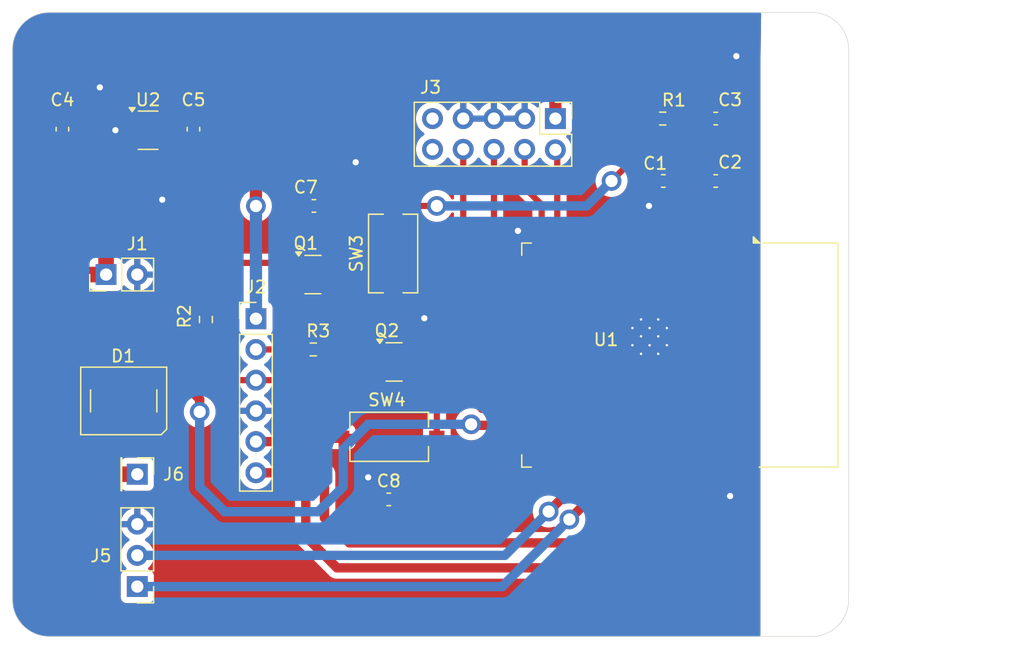
<source format=kicad_pcb>
(kicad_pcb (version 20241229) (generator "pcbnew") (generator_version "9.0")
  (layers (0 "F.Cu" signal) (4 "In1.Cu" signal) (6 "In2.Cu" signal) (2 "B.Cu" signal) (13 "F.Paste" user) (15 "B.Paste" user) (5 "F.SilkS" user "F.Silkscreen") (7 "B.SilkS" user "B.Silkscreen") (1 "F.Mask" user) (3 "B.Mask" user) (25 "Edge.Cuts" user))
  (net 0 "")
  (net 1 "/ESP32/EN")
  (net 2 "GND")
  (net 3 "VDD33")
  (net 4 "VCC")
  (net 5 "/ESP32/IO0")
  (net 7 "/ESP32/LED")
  (net 8 "/ESP32/DTR")
  (net 9 "/ESP32/PROGRAM_TXD")
  (net 10 "/ESP32/RTS")
  (net 11 "/ESP32/PROGRAM_RXD")
  (net 12 "/ESP32/MTDO")
  (net 13 "/ESP32/MTMS")
  (net 15 "/ESP32/MTCK")
  (net 16 "/ESP32/MTDI")
  (net 18 "/ESP32/TXD")
  (net 19 "/ESP32/RXD")
  (net 20 "Net-(Q1-B)")
  (net 21 "Net-(Q2-B)")
  (footprint "Resistor_SMD:R_0603_1608Metric_Pad0.98x0.95mm_HandSolder" (layer "F.Cu") (at 159.6155 94.996)
    (property "Reference" "R1" (at 0.9125 -1.5 0) (layer "F.SilkS"))
    (property "Value" "10k" (hide yes))
    (fp_line (start -0.254724 -0.5225) (end 0.254724 -0.5225) (stroke (width 0.12)) (layer "F.SilkS"))
    (fp_line (start -0.254724 0.5225) (end 0.254724 0.5225) (stroke (width 0.12)) (layer "F.SilkS"))
    (pad "1" smd roundrect (at -0.9125 0) (size 0.975 0.95) (layers "F.Cu" "F.Mask" "F.Paste") (net 3 "VDD33"))
    (pad "2" smd roundrect (at 0.9125 0) (size 0.975 0.95) (layers "F.Cu" "F.Mask" "F.Paste") (net 1 "/ESP32/EN"))
  )
  (footprint "Button_Switch_SMD:SW_Tactile_SPST_NO_Straight_CK_PTS636Sx25SMTRLFS" (layer "F.Cu") (at 137.349 120.904)
    (property "Reference" "SW4" (at -0.189 -3 0) (layer "F.SilkS"))
    (property "Value" "SW_Push" (hide yes))
    (fp_line (start -3.2 -2) (end -3.2 -0.8) (stroke (width 0.12)) (layer "F.SilkS"))
    (fp_line (start -3.2 0.8) (end -3.2 2) (stroke (width 0.12)) (layer "F.SilkS"))
    (fp_line (start -3.2 2) (end 3.2 2) (stroke (width 0.12)) (layer "F.SilkS"))
    (fp_line (start 3.2 -2) (end -3.2 -2) (stroke (width 0.12)) (layer "F.SilkS"))
    (fp_line (start 3.2 -0.8) (end 3.2 -2) (stroke (width 0.12)) (layer "F.SilkS"))
    (fp_line (start 3.2 2) (end 3.2 0.8) (stroke (width 0.12)) (layer "F.SilkS"))
    (pad "1" smd rect (at -3.875 0) (size 1.25 1) (layers "F.Cu" "F.Mask" "F.Paste") (net 2 "GND"))
    (pad "2" smd rect (at 3.875 0) (size 1.25 1) (layers "F.Cu" "F.Mask" "F.Paste") (net 5 "/ESP32/IO0"))
  )
  (footprint "RF_Module:ESP32-WROOM-32D" (layer "F.Cu") (at 158.02 114.25 -90)
    (property "Reference" "U1" (at -1.25 3.02 0) (layer "F.SilkS"))
    (property "Value" "ESP32-WROOM-32D" (hide yes))
    (fp_line (start -9.12 9.88) (end -8.12 9.88) (stroke (width 0.12)) (layer "F.SilkS"))
    (fp_line (start 9.12 9.88) (end 8.12 9.88) (stroke (width 0.12)) (layer "F.SilkS"))
    (fp_line (start -9.12 9.1) (end -9.12 9.88) (stroke (width 0.12)) (layer "F.SilkS"))
    (fp_line (start 9.12 9.1) (end 9.12 9.88) (stroke (width 0.12)) (layer "F.SilkS"))
    (fp_line (start -9.12 -15.86) (end -9.12 -9.7) (stroke (width 0.12)) (layer "F.SilkS"))
    (fp_line (start -9.12 -15.86) (end 9.12 -15.86) (stroke (width 0.12)) (layer "F.SilkS"))
    (fp_line (start 9.12 -15.86) (end 9.12 -9.445) (stroke (width 0.12)) (layer "F.SilkS"))
    (fp_poly (pts (xy -9.125 -8.975) (xy -9.625 -8.975) (xy -9.125 -9.475) (xy -9.125 -8.975)) (stroke (width 0.12)) (fill yes) (layer "F.SilkS"))
    (pad "1" smd rect (at -8.75 -8.25 270) (size 1.5 0.9) (layers "F.Cu" "F.Mask" "F.Paste") (net 2 "GND"))
    (pad "2" smd rect (at -8.75 -6.98 270) (size 1.5 0.9) (layers "F.Cu" "F.Mask" "F.Paste") (net 3 "VDD33"))
    (pad "3" smd rect (at -8.75 -5.71 270) (size 1.5 0.9) (layers "F.Cu" "F.Mask" "F.Paste") (net 1 "/ESP32/EN"))
    (pad "4" smd rect (at -8.75 -4.44 270) (size 1.5 0.9) (layers "F.Cu" "F.Mask" "F.Paste"))
    (pad "5" smd rect (at -8.75 -3.17 270) (size 1.5 0.9) (layers "F.Cu" "F.Mask" "F.Paste"))
    (pad "6" smd rect (at -8.75 -1.9 270) (size 1.5 0.9) (layers "F.Cu" "F.Mask" "F.Paste"))
    (pad "7" smd rect (at -8.75 -0.63 270) (size 1.5 0.9) (layers "F.Cu" "F.Mask" "F.Paste"))
    (pad "8" smd rect (at -8.75 0.64 270) (size 1.5 0.9) (layers "F.Cu" "F.Mask" "F.Paste"))
    (pad "9" smd rect (at -8.75 1.91 270) (size 1.5 0.9) (layers "F.Cu" "F.Mask" "F.Paste"))
    (pad "10" smd rect (at -8.75 3.18 270) (size 1.5 0.9) (layers "F.Cu" "F.Mask" "F.Paste"))
    (pad "11" smd rect (at -8.75 4.45 270) (size 1.5 0.9) (layers "F.Cu" "F.Mask" "F.Paste"))
    (pad "12" smd rect (at -8.75 5.72 270) (size 1.5 0.9) (layers "F.Cu" "F.Mask" "F.Paste"))
    (pad "13" smd rect (at -8.75 6.99 270) (size 1.5 0.9) (layers "F.Cu" "F.Mask" "F.Paste") (net 13 "/ESP32/MTMS"))
    (pad "14" smd rect (at -8.75 8.26 270) (size 1.5 0.9) (layers "F.Cu" "F.Mask" "F.Paste") (net 16 "/ESP32/MTDI"))
    (pad "15" smd rect (at -5.71 9.51) (size 1.5 0.9) (layers "F.Cu" "F.Mask" "F.Paste") (net 2 "GND"))
    (pad "16" smd rect (at -4.44 9.51) (size 1.5 0.9) (layers "F.Cu" "F.Mask" "F.Paste") (net 15 "/ESP32/MTCK"))
    (pad "17" smd rect (at -3.17 9.51) (size 1.5 0.9) (layers "F.Cu" "F.Mask" "F.Paste"))
    (pad "18" smd rect (at -1.9 9.51) (size 1.5 0.9) (layers "F.Cu" "F.Mask" "F.Paste"))
    (pad "19" smd rect (at -0.63 9.51) (size 1.5 0.9) (layers "F.Cu" "F.Mask" "F.Paste"))
    (pad "20" smd rect (at 0.64 9.51) (size 1.5 0.9) (layers "F.Cu" "F.Mask" "F.Paste"))
    (pad "21" smd rect (at 1.91 9.51) (size 1.5 0.9) (layers "F.Cu" "F.Mask" "F.Paste"))
    (pad "22" smd rect (at 3.18 9.51) (size 1.5 0.9) (layers "F.Cu" "F.Mask" "F.Paste"))
    (pad "23" smd rect (at 4.45 9.51) (size 1.5 0.9) (layers "F.Cu" "F.Mask" "F.Paste") (net 12 "/ESP32/MTDO"))
    (pad "24" smd rect (at 5.72 9.51) (size 1.5 0.9) (layers "F.Cu" "F.Mask" "F.Paste") (net 7 "/ESP32/LED"))
    (pad "25" smd rect (at 8.75 8.26 270) (size 1.5 0.9) (layers "F.Cu" "F.Mask" "F.Paste") (net 5 "/ESP32/IO0"))
    (pad "26" smd rect (at 8.75 6.99 270) (size 1.5 0.9) (layers "F.Cu" "F.Mask" "F.Paste"))
    (pad "27" smd rect (at 8.75 5.72 270) (size 1.5 0.9) (layers "F.Cu" "F.Mask" "F.Paste") (net 19 "/ESP32/RXD"))
    (pad "28" smd rect (at 8.75 4.45 270) (size 1.5 0.9) (layers "F.Cu" "F.Mask" "F.Paste") (net 18 "/ESP32/TXD"))
    (pad "29" smd rect (at 8.75 3.18 270) (size 1.5 0.9) (layers "F.Cu" "F.Mask" "F.Paste"))
    (pad "30" smd rect (at 8.75 1.91 270) (size 1.5 0.9) (layers "F.Cu" "F.Mask" "F.Paste"))
    (pad "31" smd rect (at 8.75 0.64 270) (size 1.5 0.9) (layers "F.Cu" "F.Mask" "F.Paste"))
    (pad "32" smd rect (at 8.75 -0.63 270) (size 1.5 0.9) (layers "F.Cu" "F.Mask" "F.Paste"))
    (pad "33" smd rect (at 8.75 -1.9 270) (size 1.5 0.9) (layers "F.Cu" "F.Mask" "F.Paste"))
    (pad "34" smd rect (at 8.75 -3.17 270) (size 1.5 0.9) (layers "F.Cu" "F.Mask" "F.Paste") (net 11 "/ESP32/PROGRAM_RXD"))
    (pad "35" smd rect (at 8.75 -4.44 270) (size 1.5 0.9) (layers "F.Cu" "F.Mask" "F.Paste") (net 9 "/ESP32/PROGRAM_TXD"))
    (pad "36" smd rect (at 8.75 -5.71 270) (size 1.5 0.9) (layers "F.Cu" "F.Mask" "F.Paste"))
    (pad "37" smd rect (at 8.75 -6.98 270) (size 1.5 0.9) (layers "F.Cu" "F.Mask" "F.Paste"))
    (pad "38" smd rect (at 8.75 -8.25 270) (size 1.5 0.9) (layers "F.Cu" "F.Mask" "F.Paste") (net 2 "GND"))
    (pad "39" smd rect (at -2.9 -1.93 270) (size 0.9 0.9) (layers "F.Cu" "F.Paste") (net 2 "GND"))
    (pad "39" thru_hole circle (at -2.9 -1.23 270) (size 0.6 0.6) (drill 0.2) (property pad_prop_heatsink) (layers "*.Cu" "F.Mask") (net 2 "GND"))
    (pad "39" smd rect (at -2.9 -0.53 270) (size 0.9 0.9) (layers "F.Cu" "F.Paste") (net 2 "GND"))
    (pad "39" thru_hole circle (at -2.9 0.17 270) (size 0.6 0.6) (drill 0.2) (property pad_prop_heatsink) (layers "*.Cu" "F.Mask") (net 2 "GND"))
    (pad "39" smd rect (at -2.9 0.87 270) (size 0.9 0.9) (layers "F.Cu" "F.Paste") (net 2 "GND"))
    (pad "39" thru_hole circle (at -2.2 -1.93 270) (size 0.6 0.6) (drill 0.2) (property pad_prop_heatsink) (layers "*.Cu" "F.Mask") (net 2 "GND"))
    (pad "39" thru_hole circle (at -2.2 -0.53 270) (size 0.6 0.6) (drill 0.2) (property pad_prop_heatsink) (layers "*.Cu" "F.Mask") (net 2 "GND"))
    (pad "39" thru_hole circle (at -2.2 0.87 270) (size 0.6 0.6) (drill 0.2) (property pad_prop_heatsink) (layers "*.Cu" "F.Mask") (net 2 "GND"))
    (pad "39" thru_hole circle (at -1.525 -1.23 270) (size 0.6 0.6) (drill 0.2) (property pad_prop_heatsink) (layers "*.Cu" "F.Mask") (net 2 "GND"))
    (pad "39" thru_hole circle (at -1.525 0.17 270) (size 0.6 0.6) (drill 0.2) (property pad_prop_heatsink) (layers "*.Cu" "F.Mask") (net 2 "GND"))
    (pad "39" smd rect (at -1.5 -1.93 270) (size 0.9 0.9) (layers "F.Cu" "F.Paste") (net 2 "GND"))
    (pad "39" smd rect (at -1.5 -0.53 270) (size 0.9 0.9) (layers "F.Cu" "F.Paste") (net 2 "GND"))
    (pad "39" smd rect (at -1.5 -0.53 270) (size 3.8 3.8) (property pad_prop_heatsink) (layers "F.Cu" "F.Mask") (net 2 "GND"))
    (pad "39" smd rect (at -1.5 0.87 270) (size 0.9 0.9) (layers "F.Cu" "F.Paste") (net 2 "GND"))
    (pad "39" thru_hole circle (at -0.8 -1.93 270) (size 0.6 0.6) (drill 0.2) (property pad_prop_heatsink) (layers "*.Cu" "F.Mask") (net 2 "GND"))
    (pad "39" thru_hole circle (at -0.8 -0.53 270) (size 0.6 0.6) (drill 0.2) (property pad_prop_heatsink) (layers "*.Cu" "F.Mask") (net 2 "GND"))
    (pad "39" thru_hole circle (at -0.8 0.87 270) (size 0.6 0.6) (drill 0.2) (property pad_prop_heatsink) (layers "*.Cu" "F.Mask") (net 2 "GND"))
    (pad "39" smd rect (at -0.1 -1.93 270) (size 0.9 0.9) (layers "F.Cu" "F.Paste") (net 2 "GND"))
    (pad "39" thru_hole circle (at -0.1 -1.23 270) (size 0.6 0.6) (drill 0.2) (property pad_prop_heatsink) (layers "*.Cu" "F.Mask") (net 2 "GND"))
    (pad "39" smd rect (at -0.1 -0.53 270) (size 0.9 0.9) (layers "F.Cu" "F.Paste") (net 2 "GND"))
    (pad "39" thru_hole circle (at -0.1 0.17 270) (size 0.6 0.6) (drill 0.2) (property pad_prop_heatsink) (layers "*.Cu" "F.Mask") (net 2 "GND"))
    (pad "39" smd rect (at -0.1 0.87 270) (size 0.9 0.9) (layers "F.Cu" "F.Paste") (net 2 "GND"))
    (zone (net 0) (net_name "") (layers "F.Cu" "B.Cu") (connect_pads (clearance 0)) (min_thickness 0.254)
      (keepout (tracks not_allowed) (vias not_allowed) (pads not_allowed) (copperpour not_allowed) (footprints not_allowed))
      (fill (thermal_gap 0.508) (thermal_bridge_width 0.508))
      (polygon (pts (xy 167.57 90.25) (xy 167.57 138.25) (xy 188.76 138.25) (xy 188.76 90.25)))
    )
  )
  (footprint "Resistor_SMD:R_0603_1608Metric_Pad0.98x0.95mm_HandSolder" (layer "F.Cu") (at 131.1675 113.792)
    (property "Reference" "R3" (at 0.4045 -1.5 0) (layer "F.SilkS"))
    (property "Value" "10k" (hide yes))
    (fp_line (start -0.254724 -0.5225) (end 0.254724 -0.5225) (stroke (width 0.12)) (layer "F.SilkS"))
    (fp_line (start -0.254724 0.5225) (end 0.254724 0.5225) (stroke (width 0.12)) (layer "F.SilkS"))
    (pad "1" smd roundrect (at -0.9125 0) (size 0.975 0.95) (layers "F.Cu" "F.Mask" "F.Paste") (net 10 "/ESP32/RTS"))
    (pad "2" smd roundrect (at 0.9125 0) (size 0.975 0.95) (layers "F.Cu" "F.Mask" "F.Paste") (net 21 "Net-(Q2-B)"))
  )
  (footprint "Capacitor_SMD:C_0603_1608Metric_Pad1.08x0.95mm_HandSolder" (layer "F.Cu") (at 159.6655 100.076)
    (property "Reference" "C1" (at -0.6615 -1.43 0) (layer "F.SilkS"))
    (property "Value" "0.1uF/50VDC" (hide yes))
    (fp_line (start -0.146267 -0.51) (end 0.146267 -0.51) (stroke (width 0.12)) (layer "F.SilkS"))
    (fp_line (start -0.146267 0.51) (end 0.146267 0.51) (stroke (width 0.12)) (layer "F.SilkS"))
    (pad "1" smd roundrect (at -0.8625 0) (size 1.075 0.95) (layers "F.Cu" "F.Mask" "F.Paste") (net 2 "GND"))
    (pad "2" smd roundrect (at 0.8625 0) (size 1.075 0.95) (layers "F.Cu" "F.Mask" "F.Paste") (net 1 "/ESP32/EN"))
  )
  (footprint "Capacitor_SMD:C_0603_1608Metric_Pad1.08x0.95mm_HandSolder" (layer "F.Cu") (at 163.9305 100.076)
    (property "Reference" "C2" (at 1.1695 -1.524 0) (layer "F.SilkS"))
    (property "Value" "0.1uF/10VDC" (hide yes))
    (fp_line (start -0.146267 -0.51) (end 0.146267 -0.51) (stroke (width 0.12)) (layer "F.SilkS"))
    (fp_line (start -0.146267 0.51) (end 0.146267 0.51) (stroke (width 0.12)) (layer "F.SilkS"))
    (pad "1" smd roundrect (at -0.8625 0) (size 1.075 0.95) (layers "F.Cu" "F.Mask" "F.Paste") (net 3 "VDD33"))
    (pad "2" smd roundrect (at 0.8625 0) (size 1.075 0.95) (layers "F.Cu" "F.Mask" "F.Paste") (net 2 "GND"))
  )
  (footprint "Capacitor_SMD:C_0603_1608Metric_Pad1.08x0.95mm_HandSolder" (layer "F.Cu") (at 163.9305 94.996)
    (property "Reference" "C3" (at 1.1695 -1.524 0) (layer "F.SilkS"))
    (property "Value" "22uF/10VDC" (hide yes))
    (fp_line (start -0.146267 -0.51) (end 0.146267 -0.51) (stroke (width 0.12)) (layer "F.SilkS"))
    (fp_line (start -0.146267 0.51) (end 0.146267 0.51) (stroke (width 0.12)) (layer "F.SilkS"))
    (pad "1" smd roundrect (at -0.8625 0) (size 1.075 0.95) (layers "F.Cu" "F.Mask" "F.Paste") (net 3 "VDD33"))
    (pad "2" smd roundrect (at 0.8625 0) (size 1.075 0.95) (layers "F.Cu" "F.Mask" "F.Paste") (net 2 "GND"))
  )
  (footprint "LED_SMD:LED_WS2812B_PLCC4_5.0x5.0mm_P3.2mm" (layer "F.Cu") (at 115.734 117.982)
    (property "Reference" "D1" (at -0.05 -3.65 0) (layer "F.SilkS"))
    (property "Value" "WS2812B" (hide yes))
    (fp_line (start -3.5 -2.75) (end -3.5 2.75) (stroke (width 0.12)) (layer "F.SilkS"))
    (fp_line (start -3.5 -2.75) (end 3.5 -2.75) (stroke (width 0.12)) (layer "F.SilkS"))
    (fp_line (start -3.5 2.75) (end 3.05 2.75) (stroke (width 0.12)) (layer "F.SilkS"))
    (fp_line (start -2.7 0.9) (end -2.7 -0.9) (stroke (width 0.12)) (layer "F.SilkS"))
    (fp_line (start 2.7 0.9) (end 2.7 -0.9) (stroke (width 0.12)) (layer "F.SilkS"))
    (fp_line (start 3.05 2.75) (end 3.5 2.3) (stroke (width 0.12)) (layer "F.SilkS"))
    (fp_line (start 3.5 2.3) (end 3.5 -2.75) (stroke (width 0.12)) (layer "F.SilkS"))
    (pad "1" smd roundrect (at -2.45 -1.65) (size 1.5 0.9) (layers "F.Cu" "F.Mask" "F.Paste") (roundrect_rratio 0.1) (net 4 "VCC"))
    (pad "2" smd roundrect (at -2.45 1.65) (size 1.5 0.9) (layers "F.Cu" "F.Mask" "F.Paste") (roundrect_rratio 0.1))
    (pad "3" smd roundrect (at 2.45 1.65) (size 1.5 0.9) (layers "F.Cu" "F.Mask" "F.Paste") (roundrect_rratio 0.1) (net 2 "GND"))
    (pad "4" smd roundrect (at 2.45 -1.65) (size 1.5 0.9) (layers "F.Cu" "F.Mask" "F.Paste") (roundrect_rratio 0.1) (net 7 "/ESP32/LED"))
  )
  (footprint "Connector_PinHeader_2.54mm:PinHeader_1x03_P2.54mm_Vertical" (layer "F.Cu") (at 116.84 133.096 180)
    (property "Reference" "J5" (at 2.96 2.5 0) (layer "F.SilkS"))
    (property "Value" "Conn_01x03_Pin" (hide yes))
    (fp_line (start 1.33 1.27) (end 1.33 6.41) (stroke (width 0.12)) (layer "F.SilkS"))
    (fp_line (start -1.33 6.41) (end 1.33 6.41) (stroke (width 0.12)) (layer "F.SilkS"))
    (fp_line (start -1.33 1.27) (end 1.33 1.27) (stroke (width 0.12)) (layer "F.SilkS"))
    (fp_line (start -1.33 1.27) (end -1.33 6.41) (stroke (width 0.12)) (layer "F.SilkS"))
    (fp_line (start -1.33 0) (end -1.33 -1.33) (stroke (width 0.12)) (layer "F.SilkS"))
    (fp_line (start -1.33 -1.33) (end 0 -1.33) (stroke (width 0.12)) (layer "F.SilkS"))
    (pad "1" thru_hole rect (at 0 0 180) (size 1.7 1.7) (drill 1) (layers "*.Cu" "*.Mask") (net 18 "/ESP32/TXD"))
    (pad "2" thru_hole oval (at 0 2.54 180) (size 1.7 1.7) (drill 1) (layers "*.Cu" "*.Mask") (net 19 "/ESP32/RXD"))
    (pad "3" thru_hole oval (at 0 5.08 180) (size 1.7 1.7) (drill 1) (layers "*.Cu" "*.Mask") (net 2 "GND"))
  )
  (footprint "Package_TO_SOT_SMD:SOT-23" (layer "F.Cu") (at 137.7465 114.808)
    (property "Reference" "Q2" (at -0.5865 -2.54 0) (layer "F.SilkS"))
    (property "Value" "SS8050" (hide yes))
    (fp_line (start 0 -1.56) (end -0.65 -1.56) (stroke (width 0.12)) (layer "F.SilkS"))
    (fp_line (start 0 -1.56) (end 0.65 -1.56) (stroke (width 0.12)) (layer "F.SilkS"))
    (fp_line (start 0 1.56) (end -0.65 1.56) (stroke (width 0.12)) (layer "F.SilkS"))
    (fp_line (start 0 1.56) (end 0.65 1.56) (stroke (width 0.12)) (layer "F.SilkS"))
    (fp_poly (pts (xy -1.1625 -1.51) (xy -1.4025 -1.84) (xy -0.9225 -1.84) (xy -1.1625 -1.51)) (stroke (width 0.12)) (fill yes) (layer "F.SilkS"))
    (pad "1" smd roundrect (at -0.9375 -0.95) (size 1.475 0.6) (layers "F.Cu" "F.Mask" "F.Paste") (net 21 "Net-(Q2-B)"))
    (pad "2" smd roundrect (at -0.9375 0.95) (size 1.475 0.6) (layers "F.Cu" "F.Mask" "F.Paste") (net 8 "/ESP32/DTR"))
    (pad "3" smd roundrect (at 0.9375 0) (size 1.475 0.6) (layers "F.Cu" "F.Mask" "F.Paste") (net 5 "/ESP32/IO0"))
  )
  (footprint "Connector_PinHeader_2.54mm:PinHeader_1x01_P2.54mm_Vertical" (layer "F.Cu") (at 116.84 123.952 -90)
    (property "Reference" "J6" (at 0 -2.96 0) (layer "F.SilkS"))
    (property "Value" "Conn_01x01_Pin" (hide yes))
    (fp_line (start -1.33 1.33) (end 1.33 1.33) (stroke (width 0.12)) (layer "F.SilkS"))
    (fp_line (start -1.33 1.27) (end -1.33 1.33) (stroke (width 0.12)) (layer "F.SilkS"))
    (fp_line (start -1.33 1.27) (end 1.33 1.27) (stroke (width 0.12)) (layer "F.SilkS"))
    (fp_line (start 1.33 1.27) (end 1.33 1.33) (stroke (width 0.12)) (layer "F.SilkS"))
    (fp_line (start -1.33 0) (end -1.33 -1.33) (stroke (width 0.12)) (layer "F.SilkS"))
    (fp_line (start -1.33 -1.33) (end 0 -1.33) (stroke (width 0.12)) (layer "F.SilkS"))
    (pad "1" thru_hole rect (at 0 0 270) (size 1.7 1.7) (drill 1) (layers "*.Cu" "*.Mask") (net 4 "VCC"))
  )
  (footprint "Capacitor_SMD:C_0603_1608Metric_Pad1.08x0.95mm_HandSolder" (layer "F.Cu") (at 110.744 95.8585 90)
    (property "Reference" "C4" (at 2.3865 0 0) (layer "F.SilkS"))
    (property "Value" "22uF/10VDC" (hide yes))
    (fp_line (start -0.146267 -0.51) (end 0.146267 -0.51) (stroke (width 0.12)) (layer "F.SilkS"))
    (fp_line (start -0.146267 0.51) (end 0.146267 0.51) (stroke (width 0.12)) (layer "F.SilkS"))
    (pad "1" smd roundrect (at -0.8625 0 90) (size 1.075 0.95) (layers "F.Cu" "F.Mask" "F.Paste") (net 4 "VCC"))
    (pad "2" smd roundrect (at 0.8625 0 90) (size 1.075 0.95) (layers "F.Cu" "F.Mask" "F.Paste") (net 2 "GND"))
  )
  (footprint "Package_TO_SOT_SMD:SOT-23" (layer "F.Cu") (at 131.1425 107.696)
    (property "Reference" "Q1" (at -0.5865 -2.54 0) (layer "F.SilkS"))
    (property "Value" "SS8050" (hide yes))
    (fp_line (start 0 -1.56) (end -0.65 -1.56) (stroke (width 0.12)) (layer "F.SilkS"))
    (fp_line (start 0 -1.56) (end 0.65 -1.56) (stroke (width 0.12)) (layer "F.SilkS"))
    (fp_line (start 0 1.56) (end -0.65 1.56) (stroke (width 0.12)) (layer "F.SilkS"))
    (fp_line (start 0 1.56) (end 0.65 1.56) (stroke (width 0.12)) (layer "F.SilkS"))
    (fp_poly (pts (xy -1.1625 -1.51) (xy -1.4025 -1.84) (xy -0.9225 -1.84) (xy -1.1625 -1.51)) (stroke (width 0.12)) (fill yes) (layer "F.SilkS"))
    (pad "1" smd roundrect (at -0.9375 -0.95) (size 1.475 0.6) (layers "F.Cu" "F.Mask" "F.Paste") (net 20 "Net-(Q1-B)"))
    (pad "2" smd roundrect (at -0.9375 0.95) (size 1.475 0.6) (layers "F.Cu" "F.Mask" "F.Paste") (net 10 "/ESP32/RTS"))
    (pad "3" smd roundrect (at 0.9375 0) (size 1.475 0.6) (layers "F.Cu" "F.Mask" "F.Paste") (net 1 "/ESP32/EN"))
  )
  (footprint "Connector_PinHeader_2.54mm:PinHeader_2x05_P2.54mm_Vertical" (layer "F.Cu") (at 150.876 95 -90)
    (property "Reference" "J3" (hide yes))
    (property "Value" "Conn_02x05_Top_Bottom" (hide yes))
    (fp_line (start -1.33 11.49) (end 3.87 11.49) (stroke (width 0.12)) (layer "F.SilkS"))
    (fp_line (start -1.33 1.27) (end -1.33 11.49) (stroke (width 0.12)) (layer "F.SilkS"))
    (fp_line (start -1.33 1.27) (end 1.27 1.27) (stroke (width 0.12)) (layer "F.SilkS"))
    (fp_line (start 1.27 1.27) (end 1.27 -1.33) (stroke (width 0.12)) (layer "F.SilkS"))
    (fp_line (start -1.33 0) (end -1.33 -1.33) (stroke (width 0.12)) (layer "F.SilkS"))
    (fp_line (start -1.33 -1.33) (end 0 -1.33) (stroke (width 0.12)) (layer "F.SilkS"))
    (fp_line (start 1.27 -1.33) (end 3.87 -1.33) (stroke (width 0.12)) (layer "F.SilkS"))
    (fp_line (start 3.87 -1.33) (end 3.87 11.49) (stroke (width 0.12)) (layer "F.SilkS"))
    (pad "1" thru_hole rect (at 0 0 270) (size 1.7 1.7) (drill 1) (layers "*.Cu" "*.Mask") (net 3 "VDD33"))
    (pad "2" thru_hole oval (at 0 2.5 270) (size 1.7 1.7) (drill 1) (layers "*.Cu" "*.Mask") (net 2 "GND"))
    (pad "3" thru_hole oval (at 0 5 270) (size 1.7 1.7) (drill 1) (layers "*.Cu" "*.Mask") (net 2 "GND"))
    (pad "4" thru_hole oval (at 0 10 270) (size 1.7 1.7) (drill 1) (layers "*.Cu" "*.Mask"))
    (pad "5" thru_hole oval (at 0 7.5 270) (size 1.7 1.7) (drill 1) (layers "*.Cu" "*.Mask") (net 2 "GND"))
    (pad "6" thru_hole oval (at 2.54 0 270) (size 1.7 1.7) (drill 1) (layers "*.Cu" "*.Mask") (net 13 "/ESP32/MTMS"))
    (pad "7" thru_hole oval (at 2.5 5 270) (size 1.7 1.7) (drill 1) (layers "*.Cu" "*.Mask") (net 15 "/ESP32/MTCK"))
    (pad "8" thru_hole oval (at 2.5 7.5 270) (size 1.7 1.7) (drill 1) (layers "*.Cu" "*.Mask") (net 12 "/ESP32/MTDO"))
    (pad "9" thru_hole oval (at 2.5 2.5 270) (size 1.7 1.7) (drill 1) (layers "*.Cu" "*.Mask") (net 16 "/ESP32/MTDI"))
    (pad "10" thru_hole oval (at 2.5 10 270) (size 1.7 1.7) (drill 1) (layers "*.Cu" "*.Mask"))
  )
  (footprint "Package_TO_SOT_SMD:SOT-23-5" (layer "F.Cu") (at 117.7235 95.946)
    (property "Reference" "U2" (at 0 -2.474 0) (layer "F.SilkS"))
    (property "Value" "TLV75733PDBV" (hide yes))
    (fp_line (start 0 -1.56) (end -0.8 -1.56) (stroke (width 0.12)) (layer "F.SilkS"))
    (fp_line (start 0 -1.56) (end 0.8 -1.56) (stroke (width 0.12)) (layer "F.SilkS"))
    (fp_line (start 0 1.56) (end -0.8 1.56) (stroke (width 0.12)) (layer "F.SilkS"))
    (fp_line (start 0 1.56) (end 0.8 1.56) (stroke (width 0.12)) (layer "F.SilkS"))
    (fp_poly (pts (xy -1.3 -1.51) (xy -1.54 -1.84) (xy -1.06 -1.84)) (stroke (width 0.12)) (fill yes) (layer "F.SilkS"))
    (pad "1" smd roundrect (at -1.1375 -0.95) (size 1.325 0.6) (layers "F.Cu" "F.Mask" "F.Paste") (net 4 "VCC"))
    (pad "2" smd roundrect (at -1.1375 0) (size 1.325 0.6) (layers "F.Cu" "F.Mask" "F.Paste") (net 2 "GND"))
    (pad "3" smd roundrect (at -1.1375 0.95) (size 1.325 0.6) (layers "F.Cu" "F.Mask" "F.Paste") (net 4 "VCC"))
    (pad "4" smd roundrect (at 1.1375 0.95) (size 1.325 0.6) (layers "F.Cu" "F.Mask" "F.Paste"))
    (pad "5" smd roundrect (at 1.1375 -0.95) (size 1.325 0.6) (layers "F.Cu" "F.Mask" "F.Paste") (net 3 "VDD33"))
  )
  (footprint "Connector_PinHeader_2.54mm:PinHeader_1x06_P2.54mm_Vertical" (layer "F.Cu") (at 126.5 111.292)
    (property "Reference" "J2" (at 0 -2.58 0) (layer "F.SilkS"))
    (property "Value" "Conn_01x06_Pin" (hide yes))
    (fp_line (start -1.33 -1.33) (end 0 -1.33) (stroke (width 0.12)) (layer "F.SilkS"))
    (fp_line (start -1.33 0) (end -1.33 -1.33) (stroke (width 0.12)) (layer "F.SilkS"))
    (fp_line (start -1.33 1.27) (end -1.33 14.03) (stroke (width 0.12)) (layer "F.SilkS"))
    (fp_line (start -1.33 1.27) (end 1.33 1.27) (stroke (width 0.12)) (layer "F.SilkS"))
    (fp_line (start -1.33 14.03) (end 1.33 14.03) (stroke (width 0.12)) (layer "F.SilkS"))
    (fp_line (start 1.33 1.27) (end 1.33 14.03) (stroke (width 0.12)) (layer "F.SilkS"))
    (pad "1" thru_hole rect (at 0 0) (size 1.7 1.7) (drill 1) (layers "*.Cu" "*.Mask") (net 3 "VDD33"))
    (pad "2" thru_hole oval (at 0 7.5) (size 1.7 1.7) (drill 1) (layers "*.Cu" "*.Mask") (net 2 "GND"))
    (pad "3" thru_hole oval (at 0 10) (size 1.7 1.7) (drill 1) (layers "*.Cu" "*.Mask") (net 11 "/ESP32/PROGRAM_RXD"))
    (pad "4" thru_hole oval (at 0 12.54) (size 1.7 1.7) (drill 1) (layers "*.Cu" "*.Mask") (net 9 "/ESP32/PROGRAM_TXD"))
    (pad "5" thru_hole oval (at 0 5) (size 1.7 1.7) (drill 1) (layers "*.Cu" "*.Mask") (net 8 "/ESP32/DTR"))
    (pad "6" thru_hole oval (at 0 2.5) (size 1.7 1.7) (drill 1) (layers "*.Cu" "*.Mask") (net 10 "/ESP32/RTS"))
  )
  (footprint "Button_Switch_SMD:SW_Tactile_SPST_NO_Straight_CK_PTS636Sx25SMTRLFS" (layer "F.Cu") (at 137.668 105.983 90)
    (property "Reference" "SW3" (at 0 -3 90) (layer "F.SilkS"))
    (property "Value" "SW_Push" (hide yes))
    (fp_line (start 3.2 -2) (end -3.2 -2) (stroke (width 0.12)) (layer "F.SilkS"))
    (fp_line (start -3.2 -2) (end -3.2 -0.8) (stroke (width 0.12)) (layer "F.SilkS"))
    (fp_line (start 3.2 -0.8) (end 3.2 -2) (stroke (width 0.12)) (layer "F.SilkS"))
    (fp_line (start -3.2 0.8) (end -3.2 2) (stroke (width 0.12)) (layer "F.SilkS"))
    (fp_line (start 3.2 2) (end 3.2 0.8) (stroke (width 0.12)) (layer "F.SilkS"))
    (fp_line (start -3.2 2) (end 3.2 2) (stroke (width 0.12)) (layer "F.SilkS"))
    (pad "1" smd rect (at -3.875 0 90) (size 1.25 1) (layers "F.Cu" "F.Mask" "F.Paste") (net 2 "GND"))
    (pad "2" smd rect (at 3.875 0 90) (size 1.25 1) (layers "F.Cu" "F.Mask" "F.Paste") (net 1 "/ESP32/EN"))
  )
  (footprint "Capacitor_SMD:C_0603_1608Metric_Pad1.08x0.95mm_HandSolder" (layer "F.Cu") (at 121.412 95.8585 -90)
    (property "Reference" "C5" (at -2.3865 0 0) (layer "F.SilkS"))
    (property "Value" "22uF/10VDC" (hide yes))
    (fp_line (start -0.146267 0.51) (end 0.146267 0.51) (stroke (width 0.12)) (layer "F.SilkS"))
    (fp_line (start -0.146267 -0.51) (end 0.146267 -0.51) (stroke (width 0.12)) (layer "F.SilkS"))
    (pad "1" smd roundrect (at -0.8625 0 270) (size 1.075 0.95) (layers "F.Cu" "F.Mask" "F.Paste") (net 3 "VDD33"))
    (pad "2" smd roundrect (at 0.8625 0 270) (size 1.075 0.95) (layers "F.Cu" "F.Mask" "F.Paste") (net 2 "GND"))
  )
  (footprint "Connector_PinHeader_2.54mm:PinHeader_1x02_P2.54mm_Vertical" (layer "F.Cu") (at 114.3 107.696 90)
    (property "Reference" "J1" (at 2.5 2.54 0) (layer "F.SilkS"))
    (property "Value" "Conn_01x02_Pin" (hide yes))
    (fp_line (start -1.33 -1.33) (end 0 -1.33) (stroke (width 0.12)) (layer "F.SilkS"))
    (fp_line (start -1.33 0) (end -1.33 -1.33) (stroke (width 0.12)) (layer "F.SilkS"))
    (fp_line (start 1.33 1.27) (end 1.33 3.87) (stroke (width 0.12)) (layer "F.SilkS"))
    (fp_line (start -1.33 1.27) (end 1.33 1.27) (stroke (width 0.12)) (layer "F.SilkS"))
    (fp_line (start -1.33 1.27) (end -1.33 3.87) (stroke (width 0.12)) (layer "F.SilkS"))
    (fp_line (start -1.33 3.87) (end 1.33 3.87) (stroke (width 0.12)) (layer "F.SilkS"))
    (pad "1" thru_hole rect (at 0 0 90) (size 1.7 1.7) (drill 1) (layers "*.Cu" "*.Mask") (net 4 "VCC"))
    (pad "2" thru_hole oval (at 0 2.54 90) (size 1.7 1.7) (drill 1) (layers "*.Cu" "*.Mask") (net 2 "GND"))
  )
  (footprint "Capacitor_SMD:C_0603_1608Metric_Pad1.08x0.95mm_HandSolder" (layer "F.Cu") (at 137.3135 126)
    (property "Reference" "C8" (at 0 -1.5 0) (layer "F.SilkS"))
    (property "Value" "0.1uF/50VDC" (hide yes))
    (fp_line (start -0.146267 -0.51) (end 0.146267 -0.51) (stroke (width 0.12)) (layer "F.SilkS"))
    (fp_line (start -0.146267 0.51) (end 0.146267 0.51) (stroke (width 0.12)) (layer "F.SilkS"))
    (pad "1" smd roundrect (at -0.8625 0) (size 1.075 0.95) (layers "F.Cu" "F.Mask" "F.Paste") (net 2 "GND"))
    (pad "2" smd roundrect (at 0.8625 0) (size 1.075 0.95) (layers "F.Cu" "F.Mask" "F.Paste") (net 5 "/ESP32/IO0"))
  )
  (footprint "Resistor_SMD:R_0603_1608Metric_Pad0.98x0.95mm_HandSolder" (layer "F.Cu") (at 122.428 111.3555 90)
    (property "Reference" "R2" (at 0.254724 -1.75 90) (layer "F.SilkS"))
    (property "Value" "10k" (hide yes))
    (fp_line (start -0.254724 -0.5225) (end 0.254724 -0.5225) (stroke (width 0.12)) (layer "F.SilkS"))
    (fp_line (start -0.254724 0.5225) (end 0.254724 0.5225) (stroke (width 0.12)) (layer "F.SilkS"))
    (pad "1" smd roundrect (at -0.9125 0 90) (size 0.975 0.95) (layers "F.Cu" "F.Mask" "F.Paste") (net 8 "/ESP32/DTR"))
    (pad "2" smd roundrect (at 0.9125 0 90) (size 0.975 0.95) (layers "F.Cu" "F.Mask" "F.Paste") (net 20 "Net-(Q1-B)"))
  )
  (footprint "Capacitor_SMD:C_0603_1608Metric_Pad1.08x0.95mm_HandSolder" (layer "F.Cu") (at 131.2175 102.108)
    (property "Reference" "C7" (at -0.6615 -1.524 0) (layer "F.SilkS"))
    (property "Value" "0.1uF/50VDC" (hide yes))
    (fp_line (start -0.146267 -0.51) (end 0.146267 -0.51) (stroke (width 0.12)) (layer "F.SilkS"))
    (fp_line (start -0.146267 0.51) (end 0.146267 0.51) (stroke (width 0.12)) (layer "F.SilkS"))
    (pad "1" smd roundrect (at -0.8625 0) (size 1.075 0.95) (layers "F.Cu" "F.Mask" "F.Paste") (net 2 "GND"))
    (pad "2" smd roundrect (at 0.8625 0) (size 1.075 0.95) (layers "F.Cu" "F.Mask" "F.Paste") (net 1 "/ESP32/EN"))
  )
  (gr_line (start 174.752 89.36) (end 174.752 134.16) (stroke (width 0.05)) (layer "Edge.Cuts"))
  (gr_arc (start 109.68 137.16) (mid 107.55868 136.28132) (end 106.68 134.16) (stroke (width 0.05)) (layer "Edge.Cuts"))
  (gr_arc (start 174.752 134.16) (mid 173.87332 136.28132) (end 171.752 137.16) (stroke (width 0.05)) (layer "Edge.Cuts"))
  (gr_line (start 109.68 86.36) (end 171.752 86.36) (stroke (width 0.05)) (layer "Edge.Cuts"))
  (gr_line (start 171.752 137.16) (end 109.68 137.16) (stroke (width 0.05)) (layer "Edge.Cuts"))
  (gr_line (start 106.68 134.16) (end 106.68 89.36) (stroke (width 0.05)) (layer "Edge.Cuts"))
  (gr_arc (start 171.752 86.36) (mid 173.87332 87.23868) (end 174.752 89.36) (stroke (width 0.05)) (layer "Edge.Cuts"))
  (gr_arc (start 106.68 89.36) (mid 107.55868 87.23868) (end 109.68 86.36) (stroke (width 0.05)) (layer "Edge.Cuts"))
  (gr_text "J3" (at 140.716 92.456 0) (layer "F.SilkS") (effects (font (size 1 1))))
  (segment (start 160.528 101.021) (end 163.73 104.223) (width 0.508) (layer "F.Cu") (net 1))
  (segment (start 132.08 102.108) (end 132.08 107.696) (width 0.508) (layer "F.Cu") (net 1))
  (segment (start 163.73 104.223) (end 163.73 105.5) (width 0.508) (layer "F.Cu") (net 1))
  (segment (start 160.528 97.028) (end 160.528 100.076) (width 0.508) (layer "F.Cu") (net 1))
  (segment (start 160.528 100.076) (end 160.528 101.021) (width 0.508) (layer "F.Cu") (net 1))
  (segment (start 160.528 97.028) (end 158.496 97.028) (width 0.508) (layer "F.Cu") (net 1))
  (segment (start 158.496 97.028) (end 155.448 100.076) (width 0.508) (layer "F.Cu") (net 1))
  (segment (start 160.528 94.996) (end 160.528 97.028) (width 0.508) (layer "F.Cu") (net 1))
  (segment (start 137.668 102.108) (end 141.224 102.108) (width 0.508) (layer "F.Cu") (net 1))
  (segment (start 137.668 102.108) (end 132.08 102.108) (width 0.508) (layer "F.Cu") (net 1))
  (via (at 155.448 100.076) (size 1.6) (drill 1) (layers "F.Cu" "B.Cu") (net 1))
  (via (at 141.224 102.108) (size 1.6) (drill 1) (layers "F.Cu" "B.Cu") (net 1))
  (segment (start 155.448 100.076) (end 153.416 102.108) (width 0.762) (layer "B.Cu") (net 1))
  (segment (start 153.416 102.108) (end 141.224 102.108) (width 0.762) (layer "B.Cu") (net 1))
  (segment (start 115.062 95.946) (end 116.597 95.946) (width 0.508) (layer "F.Cu") (net 2))
  (via (at 147.828 104.14) (size 0.8) (drill 0.508) (layers "F.Cu" "B.Cu") (net 2))
  (via (at 165.1 125.73) (size 0.8) (drill 0.508) (layers "F.Cu" "B.Cu") (net 2))
  (via (at 158.496 102.108) (size 0.8) (drill 0.508) (layers "F.Cu" "B.Cu") (net 2))
  (via (at 113.792 92.456) (size 0.8) (drill 0.508) (layers "F.Cu" "B.Cu") (net 2))
  (via (at 140.208 111.252) (size 0.8) (drill 0.508) (layers "F.Cu" "B.Cu") (net 2))
  (via (at 118.872 101.6) (size 0.8) (drill 0.508) (layers "F.Cu" "B.Cu") (net 2))
  (via (at 165.608 89.916) (size 0.8) (drill 0.508) (layers "F.Cu" "B.Cu") (net 2))
  (via (at 134.62 98.552) (size 0.8) (drill 0.508) (layers "F.Cu" "B.Cu") (net 2))
  (via (at 135.636 124.206) (size 0.8) (drill 0.508) (layers "F.Cu" "B.Cu") (net 2))
  (via (at 115.062 95.946) (size 0.8) (drill 0.508) (layers "F.Cu" "B.Cu") (net 2))
  (segment (start 163.068 91.948) (end 161.036 89.916) (width 1.27) (layer "F.Cu") (net 3))
  (segment (start 165 103.532) (end 165 105.5) (width 1) (layer "F.Cu") (net 3))
  (segment (start 126.5 97.544) (end 126.5 102.116) (width 1) (layer "F.Cu") (net 3))
  (segment (start 163.068 101.6) (end 165 103.532) (width 1) (layer "F.Cu") (net 3))
  (segment (start 118.872 94.996) (end 121.412 94.996) (width 0.762) (layer "F.Cu") (net 3))
  (segment (start 163.068 94.996) (end 163.068 91.948) (width 1.27) (layer "F.Cu") (net 3))
  (segment (start 156.464 89.916) (end 148.336 89.916) (width 1.27) (layer "F.Cu") (net 3))
  (segment (start 122.936 94.996) (end 121.412 94.996) (width 1.27) (layer "F.Cu") (net 3))
  (segment (start 163.068 100.076) (end 163.068 101.6) (width 1) (layer "F.Cu") (net 3))
  (segment (start 133.096 94.996) (end 138.176 89.916) (width 1.27) (layer "F.Cu") (net 3))
  (segment (start 161.036 89.916) (end 156.464 89.916) (width 1.27) (layer "F.Cu") (net 3))
  (segment (start 163.068 94.996) (end 163.068 100.076) (width 1) (layer "F.Cu") (net 3))
  (segment (start 150.876 92.456) (end 148.336 89.916) (width 1) (layer "F.Cu") (net 3))
  (segment (start 122.936 94.996) (end 123.952 94.996) (width 1) (layer "F.Cu") (net 3))
  (segment (start 138.176 89.916) (end 148.336 89.916) (width 1.27) (layer "F.Cu") (net 3))
  (segment (start 158.703 94.996) (end 158.703 92.155) (width 1) (layer "F.Cu") (net 3))
  (segment (start 150.876 95) (end 150.876 92.456) (width 1) (layer "F.Cu") (net 3))
  (segment (start 158.703 92.155) (end 156.464 89.916) (width 1) (layer "F.Cu") (net 3))
  (segment (start 123.952 94.996) (end 126.5 97.544) (width 1) (layer "F.Cu") (net 3))
  (segment (start 122.936 94.996) (end 133.096 94.996) (width 1.27) (layer "F.Cu") (net 3))
  (via (at 126.5 102.116) (size 1.6) (drill 1) (layers "F.Cu" "B.Cu") (net 3))
  (segment (start 126.5 102.116) (end 126.5 111.292) (width 1) (layer "B.Cu") (net 3))
  (segment (start 109.728 121.92) (end 109.728 113.792) (width 1.27) (layer "F.Cu") (net 4))
  (segment (start 109.728 113.792) (end 109.728 109.728) (width 1.27) (layer "F.Cu") (net 4))
  (segment (start 116.565 96.928) (end 110.951 96.928) (width 0.762) (layer "F.Cu") (net 4))
  (segment (start 114.655242 94.964) (end 112.776 96.843242) (width 0.762) (layer "F.Cu") (net 4))
  (segment (start 109.728 109.728) (end 111.76 107.696) (width 1.27) (layer "F.Cu") (net 4))
  (segment (start 114.3 107.696) (end 114.3 104.14) (width 1.27) (layer "F.Cu") (net 4))
  (segment (start 113.284 116.332) (end 112.268 116.332) (width 1.27) (layer "F.Cu") (net 4))
  (segment (start 112.268 116.332) (end 109.728 113.792) (width 1.27) (layer "F.Cu") (net 4))
  (segment (start 116.565 94.964) (end 114.655242 94.964) (width 0.762) (layer "F.Cu") (net 4))
  (segment (start 116.84 123.952) (end 111.76 123.952) (width 1.27) (layer "F.Cu") (net 4))
  (segment (start 111.76 123.952) (end 109.728 121.92) (width 1.27) (layer "F.Cu") (net 4))
  (segment (start 110.744 100.584) (end 110.744 96.721) (width 1.27) (layer "F.Cu") (net 4))
  (segment (start 111.76 107.696) (end 114.3 107.696) (width 1.27) (layer "F.Cu") (net 4))
  (segment (start 114.3 104.14) (end 110.744 100.584) (width 1.27) (layer "F.Cu") (net 4))
  (segment (start 148.32 126) (end 141.224 126) (width 0.508) (layer "F.Cu") (net 5))
  (segment (start 141.224 120.904) (end 141.224 126) (width 0.508) (layer "F.Cu") (net 5))
  (segment (start 138.684 114.808) (end 139.7 114.808) (width 0.508) (layer "F.Cu") (net 5))
  (segment (start 141.224 116.332) (end 141.224 120.904) (width 0.508) (layer "F.Cu") (net 5))
  (segment (start 141.224 126) (end 138.176 126) (width 0.508) (layer "F.Cu") (net 5))
  (segment (start 149.76 124.56) (end 148.32 126) (width 0.508) (layer "F.Cu") (net 5))
  (segment (start 139.7 114.808) (end 141.224 116.332) (width 0.508) (layer "F.Cu") (net 5))
  (segment (start 149.76 123) (end 149.76 124.56) (width 0.508) (layer "F.Cu") (net 5))
  (segment (start 118.184 116.332) (end 120.396 116.332) (width 0.762) (layer "F.Cu") (net 7))
  (segment (start 148.48 120) (end 148.51 119.97) (width 0.2) (layer "F.Cu") (net 7))
  (segment (start 121.92 117.856) (end 121.92 118.872) (width 0.762) (layer "F.Cu") (net 7))
  (segment (start 144.018 119.888) (end 144.1 119.97) (width 0.762) (layer "F.Cu") (net 7))
  (segment (start 120.396 116.332) (end 121.92 117.856) (width 0.762) (layer "F.Cu") (net 7))
  (segment (start 144.1 119.97) (end 148.51 119.97) (width 0.762) (layer "F.Cu") (net 7))
  (via (at 121.92 118.872) (size 1.6) (drill 1) (layers "F.Cu" "B.Cu") (net 7))
  (via (at 144.018 119.888) (size 1.6) (drill 1) (layers "F.Cu" "B.Cu") (net 7))
  (segment (start 133.604 121.92) (end 133.604 124.968) (width 0.762) (layer "B.Cu") (net 7))
  (segment (start 123.952 127) (end 121.92 124.968) (width 0.762) (layer "B.Cu") (net 7))
  (segment (start 135.636 119.888) (end 133.604 121.92) (width 0.762) (layer "B.Cu") (net 7))
  (segment (start 131.572 127) (end 123.952 127) (width 0.762) (layer "B.Cu") (net 7))
  (segment (start 144.018 119.888) (end 135.636 119.888) (width 0.762) (layer "B.Cu") (net 7))
  (segment (start 121.92 124.968) (end 121.92 118.872) (width 0.762) (layer "B.Cu") (net 7))
  (segment (start 133.604 124.968) (end 131.572 127) (width 0.762) (layer "B.Cu") (net 7))
  (segment (start 126.5 116.292) (end 131.532 116.292) (width 0.508) (layer "F.Cu") (net 8))
  (segment (start 122.428 114.808) (end 122.428 112.268) (width 0.508) (layer "F.Cu") (net 8))
  (segment (start 132.066 115.758) (end 136.809 115.758) (width 0.508) (layer "F.Cu") (net 8))
  (segment (start 123.912 116.292) (end 122.428 114.808) (width 0.508) (layer "F.Cu") (net 8))
  (segment (start 126.5 116.292) (end 123.912 116.292) (width 0.508) (layer "F.Cu") (net 8))
  (segment (start 131.532 116.292) (end 132.066 115.758) (width 0.508) (layer "F.Cu") (net 8))
  (segment (start 129.42 123.832) (end 126.5 123.832) (width 0.762) (layer "F.Cu") (net 9))
  (segment (start 162.46 127.354) (end 158.242 131.572) (width 0.762) (layer "F.Cu") (net 9))
  (segment (start 158.242 131.572) (end 133.096 131.572) (width 0.762) (layer "F.Cu") (net 9))
  (segment (start 133.096 131.572) (end 130.556 129.032) (width 0.762) (layer "F.Cu") (net 9))
  (segment (start 130.556 129.032) (end 130.556 124.968) (width 0.762) (layer "F.Cu") (net 9))
  (segment (start 162.46 123) (end 162.46 127.354) (width 0.762) (layer "F.Cu") (net 9))
  (segment (start 130.556 124.968) (end 129.42 123.832) (width 0.762) (layer "F.Cu") (net 9))
  (segment (start 130.255 113.792) (end 130.255 108.696) (width 0.508) (layer "F.Cu") (net 10))
  (segment (start 126.5 113.792) (end 130.255 113.792) (width 0.508) (layer "F.Cu") (net 10))
  (segment (start 134.112 129.54) (end 157.48 129.54) (width 0.762) (layer "F.Cu") (net 11))
  (segment (start 126.5 121.292) (end 129.42 121.292) (width 0.762) (layer "F.Cu") (net 11))
  (segment (start 157.48 129.54) (end 161.19 125.83) (width 0.762) (layer "F.Cu") (net 11))
  (segment (start 132.08 127.508) (end 134.112 129.54) (width 0.762) (layer "F.Cu") (net 11))
  (segment (start 129.42 121.292) (end 132.08 123.952) (width 0.762) (layer "F.Cu") (net 11))
  (segment (start 161.19 125.83) (end 161.19 123) (width 0.762) (layer "F.Cu") (net 11))
  (segment (start 132.08 123.952) (end 132.08 127.508) (width 0.762) (layer "F.Cu") (net 11))
  (segment (start 143.376 117.214) (end 143.376 97.5) (width 0.508) (layer "F.Cu") (net 12))
  (segment (start 148.51 118.7) (end 144.862 118.7) (width 0.508) (layer "F.Cu") (net 12))
  (segment (start 144.862 118.7) (end 143.376 117.214) (width 0.508) (layer "F.Cu") (net 12))
  (segment (start 151 105.47) (end 151.03 105.5) (width 0.2) (layer "F.Cu") (net 13))
  (segment (start 151.03 105.5) (end 151.03 97.694) (width 0.508) (layer "F.Cu") (net 13))
  (segment (start 145.876 97.5) (end 145.876 108.792) (width 0.508) (layer "F.Cu") (net 15))
  (segment (start 146.894 109.81) (end 148.51 109.81) (width 0.508) (layer "F.Cu") (net 15))
  (segment (start 145.876 108.792) (end 146.894 109.81) (width 0.508) (layer "F.Cu") (net 15))
  (segment (start 149.76 102.008) (end 148.376 100.624) (width 0.508) (layer "F.Cu") (net 16))
  (segment (start 148.376 100.624) (end 148.376 97.5) (width 0.508) (layer "F.Cu") (net 16))
  (segment (start 149.76 105.5) (end 149.76 102.008) (width 0.508) (layer "F.Cu") (net 16))
  (segment (start 152.014421 127.630421) (end 153.57 126.074843) (width 0.762) (layer "F.Cu") (net 18))
  (segment (start 153.57 126.074843) (end 153.57 123) (width 0.762) (layer "F.Cu") (net 18))
  (via (at 152.014421 127.630421) (size 1.6) (drill 1) (layers "F.Cu" "B.Cu") (net 18))
  (segment (start 152.014421 127.630421) (end 146.548843 133.096) (width 0.762) (layer "B.Cu") (net 18))
  (segment (start 146.548843 133.096) (end 116.84 133.096) (width 0.762) (layer "B.Cu") (net 18))
  (segment (start 152.3 123) (end 152.3 125.020199) (width 0.762) (layer "F.Cu") (net 19))
  (segment (start 152.3 125.020199) (end 150.333434 126.986765) (width 0.762) (layer "F.Cu") (net 19))
  (via (at 150.333434 126.986765) (size 1.6) (drill 1) (layers "F.Cu" "B.Cu") (net 19))
  (segment (start 116.84 130.556) (end 146.764199 130.556) (width 0.762) (layer "B.Cu") (net 19))
  (segment (start 146.764199 130.556) (end 150.333434 126.986765) (width 0.762) (layer "B.Cu") (net 19))
  (segment (start 130.205 106.746) (end 123.886 106.746) (width 0.508) (layer "F.Cu") (net 20))
  (segment (start 123.886 106.746) (end 122.428 108.204) (width 0.508) (layer "F.Cu") (net 20))
  (segment (start 122.428 108.204) (end 122.428 110.443) (width 0.508) (layer "F.Cu") (net 20))
  (segment (start 132.08 113.792) (end 136.743 113.792) (width 0.508) (layer "F.Cu") (net 21))
  (zone (net 2) (net_name "GND") (layer "F.Cu") (connect_pads (clearance 0.5)) (min_thickness 0.25) (fill yes (thermal_gap 0.5) (thermal_bridge_width 0.5))
    (polygon (pts (xy 105.664 85.344) (xy 167.64 85.344) (xy 167.57 90.424) (xy 174.752 90.424) (xy 175.768 138.176) (xy 105.664 138.176)))
  )
  (zone (net 0) (net_name "") (layer "F.Cu") (connect_pads (clearance 0)) (min_thickness 0.25)
    (keepout (tracks not_allowed) (vias not_allowed) (pads not_allowed) (copperpour not_allowed) (footprints allowed))
    (fill (thermal_gap 0.5) (thermal_bridge_width 0.5))
    (polygon (pts (xy 117.602 94.488) (xy 117.9505 94.488) (xy 117.9505 97.282) (xy 117.602 97.282)))
  )
  (zone (net 2) (net_name "GND") (layer "B.Cu") (connect_pads (clearance 0.5)) (min_thickness 0.25) (fill yes (thermal_gap 0.5) (thermal_bridge_width 0.5))
    (polygon (pts (xy 105.664 85.344) (xy 167.64 85.344) (xy 167.57 90.424) (xy 174.752 90.424) (xy 175.768 138.176) (xy 105.664 138.176)))
  )
)
</source>
